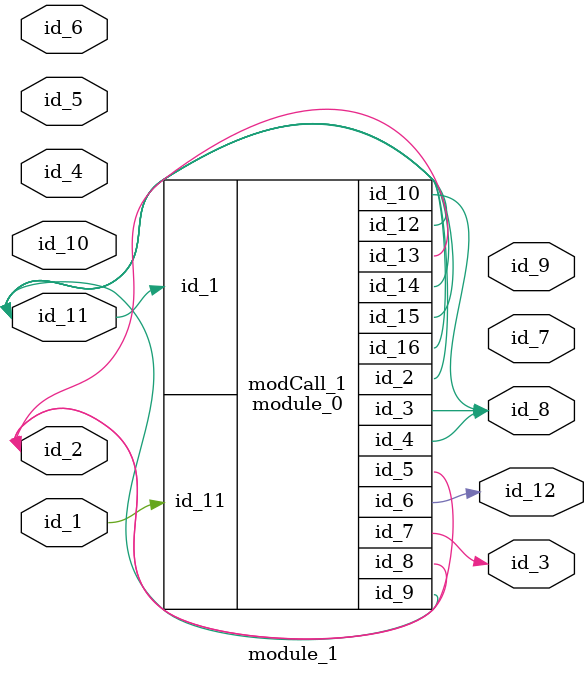
<source format=v>
module module_0 (
    id_1,
    id_2,
    id_3,
    id_4,
    id_5,
    id_6,
    id_7,
    id_8,
    id_9,
    id_10,
    id_11,
    id_12,
    id_13,
    id_14,
    id_15,
    id_16
);
  inout wire id_16;
  output wire id_15;
  inout wire id_14;
  inout wire id_13;
  output wire id_12;
  input wire id_11;
  output wire id_10;
  inout wire id_9;
  inout wire id_8;
  output wire id_7;
  output wire id_6;
  output wire id_5;
  output wire id_4;
  output wire id_3;
  inout wire id_2;
  input wire id_1;
  wire id_17;
endmodule
module module_1 (
    id_1,
    id_2,
    id_3,
    id_4,
    id_5,
    id_6,
    id_7,
    id_8,
    id_9,
    id_10,
    id_11,
    id_12
);
  output wire id_12;
  inout wire id_11;
  input wire id_10;
  output wire id_9;
  output wire id_8;
  output wire id_7;
  input wire id_6;
  input wire id_5;
  input wire id_4;
  output wire id_3;
  inout wire id_2;
  input wire id_1;
  module_0 modCall_1 (
      id_11,
      id_11,
      id_8,
      id_8,
      id_2,
      id_12,
      id_3,
      id_2,
      id_11,
      id_8,
      id_1,
      id_11,
      id_2,
      id_11,
      id_11,
      id_11
  );
endmodule

</source>
